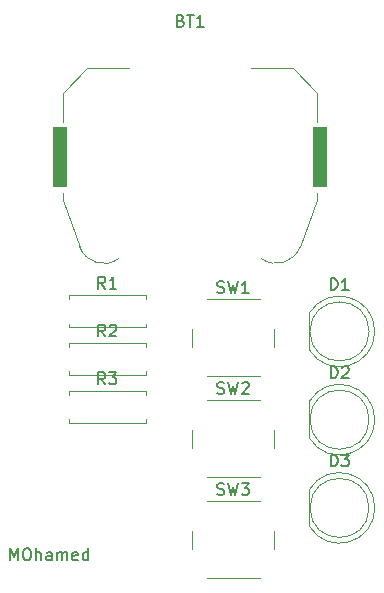
<source format=gbr>
%TF.GenerationSoftware,KiCad,Pcbnew,9.0.2*%
%TF.CreationDate,2025-06-03T22:34:10+03:00*%
%TF.ProjectId,first_PcB,66697273-745f-4506-9342-2e6b69636164,rev?*%
%TF.SameCoordinates,Original*%
%TF.FileFunction,Paste,Top*%
%TF.FilePolarity,Positive*%
%FSLAX46Y46*%
G04 Gerber Fmt 4.6, Leading zero omitted, Abs format (unit mm)*
G04 Created by KiCad (PCBNEW 9.0.2) date 2025-06-03 22:34:10*
%MOMM*%
%LPD*%
G01*
G04 APERTURE LIST*
%ADD10R,1.270000X5.080000*%
%ADD11C,0.150000*%
%ADD12C,0.120000*%
G04 APERTURE END LIST*
D10*
%TO.C,BT1*%
X138585000Y-82748075D03*
X160555000Y-82748075D03*
%TD*%
D11*
X134336779Y-116869819D02*
X134336779Y-115869819D01*
X134336779Y-115869819D02*
X134670112Y-116584104D01*
X134670112Y-116584104D02*
X135003445Y-115869819D01*
X135003445Y-115869819D02*
X135003445Y-116869819D01*
X135670112Y-115869819D02*
X135860588Y-115869819D01*
X135860588Y-115869819D02*
X135955826Y-115917438D01*
X135955826Y-115917438D02*
X136051064Y-116012676D01*
X136051064Y-116012676D02*
X136098683Y-116203152D01*
X136098683Y-116203152D02*
X136098683Y-116536485D01*
X136098683Y-116536485D02*
X136051064Y-116726961D01*
X136051064Y-116726961D02*
X135955826Y-116822200D01*
X135955826Y-116822200D02*
X135860588Y-116869819D01*
X135860588Y-116869819D02*
X135670112Y-116869819D01*
X135670112Y-116869819D02*
X135574874Y-116822200D01*
X135574874Y-116822200D02*
X135479636Y-116726961D01*
X135479636Y-116726961D02*
X135432017Y-116536485D01*
X135432017Y-116536485D02*
X135432017Y-116203152D01*
X135432017Y-116203152D02*
X135479636Y-116012676D01*
X135479636Y-116012676D02*
X135574874Y-115917438D01*
X135574874Y-115917438D02*
X135670112Y-115869819D01*
X136527255Y-116869819D02*
X136527255Y-115869819D01*
X136955826Y-116869819D02*
X136955826Y-116346009D01*
X136955826Y-116346009D02*
X136908207Y-116250771D01*
X136908207Y-116250771D02*
X136812969Y-116203152D01*
X136812969Y-116203152D02*
X136670112Y-116203152D01*
X136670112Y-116203152D02*
X136574874Y-116250771D01*
X136574874Y-116250771D02*
X136527255Y-116298390D01*
X137860588Y-116869819D02*
X137860588Y-116346009D01*
X137860588Y-116346009D02*
X137812969Y-116250771D01*
X137812969Y-116250771D02*
X137717731Y-116203152D01*
X137717731Y-116203152D02*
X137527255Y-116203152D01*
X137527255Y-116203152D02*
X137432017Y-116250771D01*
X137860588Y-116822200D02*
X137765350Y-116869819D01*
X137765350Y-116869819D02*
X137527255Y-116869819D01*
X137527255Y-116869819D02*
X137432017Y-116822200D01*
X137432017Y-116822200D02*
X137384398Y-116726961D01*
X137384398Y-116726961D02*
X137384398Y-116631723D01*
X137384398Y-116631723D02*
X137432017Y-116536485D01*
X137432017Y-116536485D02*
X137527255Y-116488866D01*
X137527255Y-116488866D02*
X137765350Y-116488866D01*
X137765350Y-116488866D02*
X137860588Y-116441247D01*
X138336779Y-116869819D02*
X138336779Y-116203152D01*
X138336779Y-116298390D02*
X138384398Y-116250771D01*
X138384398Y-116250771D02*
X138479636Y-116203152D01*
X138479636Y-116203152D02*
X138622493Y-116203152D01*
X138622493Y-116203152D02*
X138717731Y-116250771D01*
X138717731Y-116250771D02*
X138765350Y-116346009D01*
X138765350Y-116346009D02*
X138765350Y-116869819D01*
X138765350Y-116346009D02*
X138812969Y-116250771D01*
X138812969Y-116250771D02*
X138908207Y-116203152D01*
X138908207Y-116203152D02*
X139051064Y-116203152D01*
X139051064Y-116203152D02*
X139146303Y-116250771D01*
X139146303Y-116250771D02*
X139193922Y-116346009D01*
X139193922Y-116346009D02*
X139193922Y-116869819D01*
X140051064Y-116822200D02*
X139955826Y-116869819D01*
X139955826Y-116869819D02*
X139765350Y-116869819D01*
X139765350Y-116869819D02*
X139670112Y-116822200D01*
X139670112Y-116822200D02*
X139622493Y-116726961D01*
X139622493Y-116726961D02*
X139622493Y-116346009D01*
X139622493Y-116346009D02*
X139670112Y-116250771D01*
X139670112Y-116250771D02*
X139765350Y-116203152D01*
X139765350Y-116203152D02*
X139955826Y-116203152D01*
X139955826Y-116203152D02*
X140051064Y-116250771D01*
X140051064Y-116250771D02*
X140098683Y-116346009D01*
X140098683Y-116346009D02*
X140098683Y-116441247D01*
X140098683Y-116441247D02*
X139622493Y-116536485D01*
X140955826Y-116869819D02*
X140955826Y-115869819D01*
X140955826Y-116822200D02*
X140860588Y-116869819D01*
X140860588Y-116869819D02*
X140670112Y-116869819D01*
X140670112Y-116869819D02*
X140574874Y-116822200D01*
X140574874Y-116822200D02*
X140527255Y-116774580D01*
X140527255Y-116774580D02*
X140479636Y-116679342D01*
X140479636Y-116679342D02*
X140479636Y-116393628D01*
X140479636Y-116393628D02*
X140527255Y-116298390D01*
X140527255Y-116298390D02*
X140574874Y-116250771D01*
X140574874Y-116250771D02*
X140670112Y-116203152D01*
X140670112Y-116203152D02*
X140860588Y-116203152D01*
X140860588Y-116203152D02*
X140955826Y-116250771D01*
X151886667Y-111297200D02*
X152029524Y-111344819D01*
X152029524Y-111344819D02*
X152267619Y-111344819D01*
X152267619Y-111344819D02*
X152362857Y-111297200D01*
X152362857Y-111297200D02*
X152410476Y-111249580D01*
X152410476Y-111249580D02*
X152458095Y-111154342D01*
X152458095Y-111154342D02*
X152458095Y-111059104D01*
X152458095Y-111059104D02*
X152410476Y-110963866D01*
X152410476Y-110963866D02*
X152362857Y-110916247D01*
X152362857Y-110916247D02*
X152267619Y-110868628D01*
X152267619Y-110868628D02*
X152077143Y-110821009D01*
X152077143Y-110821009D02*
X151981905Y-110773390D01*
X151981905Y-110773390D02*
X151934286Y-110725771D01*
X151934286Y-110725771D02*
X151886667Y-110630533D01*
X151886667Y-110630533D02*
X151886667Y-110535295D01*
X151886667Y-110535295D02*
X151934286Y-110440057D01*
X151934286Y-110440057D02*
X151981905Y-110392438D01*
X151981905Y-110392438D02*
X152077143Y-110344819D01*
X152077143Y-110344819D02*
X152315238Y-110344819D01*
X152315238Y-110344819D02*
X152458095Y-110392438D01*
X152791429Y-110344819D02*
X153029524Y-111344819D01*
X153029524Y-111344819D02*
X153220000Y-110630533D01*
X153220000Y-110630533D02*
X153410476Y-111344819D01*
X153410476Y-111344819D02*
X153648572Y-110344819D01*
X153934286Y-110344819D02*
X154553333Y-110344819D01*
X154553333Y-110344819D02*
X154220000Y-110725771D01*
X154220000Y-110725771D02*
X154362857Y-110725771D01*
X154362857Y-110725771D02*
X154458095Y-110773390D01*
X154458095Y-110773390D02*
X154505714Y-110821009D01*
X154505714Y-110821009D02*
X154553333Y-110916247D01*
X154553333Y-110916247D02*
X154553333Y-111154342D01*
X154553333Y-111154342D02*
X154505714Y-111249580D01*
X154505714Y-111249580D02*
X154458095Y-111297200D01*
X154458095Y-111297200D02*
X154362857Y-111344819D01*
X154362857Y-111344819D02*
X154077143Y-111344819D01*
X154077143Y-111344819D02*
X153981905Y-111297200D01*
X153981905Y-111297200D02*
X153934286Y-111249580D01*
X151886667Y-94197200D02*
X152029524Y-94244819D01*
X152029524Y-94244819D02*
X152267619Y-94244819D01*
X152267619Y-94244819D02*
X152362857Y-94197200D01*
X152362857Y-94197200D02*
X152410476Y-94149580D01*
X152410476Y-94149580D02*
X152458095Y-94054342D01*
X152458095Y-94054342D02*
X152458095Y-93959104D01*
X152458095Y-93959104D02*
X152410476Y-93863866D01*
X152410476Y-93863866D02*
X152362857Y-93816247D01*
X152362857Y-93816247D02*
X152267619Y-93768628D01*
X152267619Y-93768628D02*
X152077143Y-93721009D01*
X152077143Y-93721009D02*
X151981905Y-93673390D01*
X151981905Y-93673390D02*
X151934286Y-93625771D01*
X151934286Y-93625771D02*
X151886667Y-93530533D01*
X151886667Y-93530533D02*
X151886667Y-93435295D01*
X151886667Y-93435295D02*
X151934286Y-93340057D01*
X151934286Y-93340057D02*
X151981905Y-93292438D01*
X151981905Y-93292438D02*
X152077143Y-93244819D01*
X152077143Y-93244819D02*
X152315238Y-93244819D01*
X152315238Y-93244819D02*
X152458095Y-93292438D01*
X152791429Y-93244819D02*
X153029524Y-94244819D01*
X153029524Y-94244819D02*
X153220000Y-93530533D01*
X153220000Y-93530533D02*
X153410476Y-94244819D01*
X153410476Y-94244819D02*
X153648572Y-93244819D01*
X154553333Y-94244819D02*
X153981905Y-94244819D01*
X154267619Y-94244819D02*
X154267619Y-93244819D01*
X154267619Y-93244819D02*
X154172381Y-93387676D01*
X154172381Y-93387676D02*
X154077143Y-93482914D01*
X154077143Y-93482914D02*
X153981905Y-93530533D01*
X142393333Y-101974819D02*
X142060000Y-101498628D01*
X141821905Y-101974819D02*
X141821905Y-100974819D01*
X141821905Y-100974819D02*
X142202857Y-100974819D01*
X142202857Y-100974819D02*
X142298095Y-101022438D01*
X142298095Y-101022438D02*
X142345714Y-101070057D01*
X142345714Y-101070057D02*
X142393333Y-101165295D01*
X142393333Y-101165295D02*
X142393333Y-101308152D01*
X142393333Y-101308152D02*
X142345714Y-101403390D01*
X142345714Y-101403390D02*
X142298095Y-101451009D01*
X142298095Y-101451009D02*
X142202857Y-101498628D01*
X142202857Y-101498628D02*
X141821905Y-101498628D01*
X142726667Y-100974819D02*
X143345714Y-100974819D01*
X143345714Y-100974819D02*
X143012381Y-101355771D01*
X143012381Y-101355771D02*
X143155238Y-101355771D01*
X143155238Y-101355771D02*
X143250476Y-101403390D01*
X143250476Y-101403390D02*
X143298095Y-101451009D01*
X143298095Y-101451009D02*
X143345714Y-101546247D01*
X143345714Y-101546247D02*
X143345714Y-101784342D01*
X143345714Y-101784342D02*
X143298095Y-101879580D01*
X143298095Y-101879580D02*
X143250476Y-101927200D01*
X143250476Y-101927200D02*
X143155238Y-101974819D01*
X143155238Y-101974819D02*
X142869524Y-101974819D01*
X142869524Y-101974819D02*
X142774286Y-101927200D01*
X142774286Y-101927200D02*
X142726667Y-101879580D01*
X142393333Y-97924819D02*
X142060000Y-97448628D01*
X141821905Y-97924819D02*
X141821905Y-96924819D01*
X141821905Y-96924819D02*
X142202857Y-96924819D01*
X142202857Y-96924819D02*
X142298095Y-96972438D01*
X142298095Y-96972438D02*
X142345714Y-97020057D01*
X142345714Y-97020057D02*
X142393333Y-97115295D01*
X142393333Y-97115295D02*
X142393333Y-97258152D01*
X142393333Y-97258152D02*
X142345714Y-97353390D01*
X142345714Y-97353390D02*
X142298095Y-97401009D01*
X142298095Y-97401009D02*
X142202857Y-97448628D01*
X142202857Y-97448628D02*
X141821905Y-97448628D01*
X142774286Y-97020057D02*
X142821905Y-96972438D01*
X142821905Y-96972438D02*
X142917143Y-96924819D01*
X142917143Y-96924819D02*
X143155238Y-96924819D01*
X143155238Y-96924819D02*
X143250476Y-96972438D01*
X143250476Y-96972438D02*
X143298095Y-97020057D01*
X143298095Y-97020057D02*
X143345714Y-97115295D01*
X143345714Y-97115295D02*
X143345714Y-97210533D01*
X143345714Y-97210533D02*
X143298095Y-97353390D01*
X143298095Y-97353390D02*
X142726667Y-97924819D01*
X142726667Y-97924819D02*
X143345714Y-97924819D01*
X161491905Y-93994819D02*
X161491905Y-92994819D01*
X161491905Y-92994819D02*
X161730000Y-92994819D01*
X161730000Y-92994819D02*
X161872857Y-93042438D01*
X161872857Y-93042438D02*
X161968095Y-93137676D01*
X161968095Y-93137676D02*
X162015714Y-93232914D01*
X162015714Y-93232914D02*
X162063333Y-93423390D01*
X162063333Y-93423390D02*
X162063333Y-93566247D01*
X162063333Y-93566247D02*
X162015714Y-93756723D01*
X162015714Y-93756723D02*
X161968095Y-93851961D01*
X161968095Y-93851961D02*
X161872857Y-93947200D01*
X161872857Y-93947200D02*
X161730000Y-93994819D01*
X161730000Y-93994819D02*
X161491905Y-93994819D01*
X163015714Y-93994819D02*
X162444286Y-93994819D01*
X162730000Y-93994819D02*
X162730000Y-92994819D01*
X162730000Y-92994819D02*
X162634762Y-93137676D01*
X162634762Y-93137676D02*
X162539524Y-93232914D01*
X162539524Y-93232914D02*
X162444286Y-93280533D01*
X161491905Y-108934819D02*
X161491905Y-107934819D01*
X161491905Y-107934819D02*
X161730000Y-107934819D01*
X161730000Y-107934819D02*
X161872857Y-107982438D01*
X161872857Y-107982438D02*
X161968095Y-108077676D01*
X161968095Y-108077676D02*
X162015714Y-108172914D01*
X162015714Y-108172914D02*
X162063333Y-108363390D01*
X162063333Y-108363390D02*
X162063333Y-108506247D01*
X162063333Y-108506247D02*
X162015714Y-108696723D01*
X162015714Y-108696723D02*
X161968095Y-108791961D01*
X161968095Y-108791961D02*
X161872857Y-108887200D01*
X161872857Y-108887200D02*
X161730000Y-108934819D01*
X161730000Y-108934819D02*
X161491905Y-108934819D01*
X162396667Y-107934819D02*
X163015714Y-107934819D01*
X163015714Y-107934819D02*
X162682381Y-108315771D01*
X162682381Y-108315771D02*
X162825238Y-108315771D01*
X162825238Y-108315771D02*
X162920476Y-108363390D01*
X162920476Y-108363390D02*
X162968095Y-108411009D01*
X162968095Y-108411009D02*
X163015714Y-108506247D01*
X163015714Y-108506247D02*
X163015714Y-108744342D01*
X163015714Y-108744342D02*
X162968095Y-108839580D01*
X162968095Y-108839580D02*
X162920476Y-108887200D01*
X162920476Y-108887200D02*
X162825238Y-108934819D01*
X162825238Y-108934819D02*
X162539524Y-108934819D01*
X162539524Y-108934819D02*
X162444286Y-108887200D01*
X162444286Y-108887200D02*
X162396667Y-108839580D01*
X151886667Y-102747200D02*
X152029524Y-102794819D01*
X152029524Y-102794819D02*
X152267619Y-102794819D01*
X152267619Y-102794819D02*
X152362857Y-102747200D01*
X152362857Y-102747200D02*
X152410476Y-102699580D01*
X152410476Y-102699580D02*
X152458095Y-102604342D01*
X152458095Y-102604342D02*
X152458095Y-102509104D01*
X152458095Y-102509104D02*
X152410476Y-102413866D01*
X152410476Y-102413866D02*
X152362857Y-102366247D01*
X152362857Y-102366247D02*
X152267619Y-102318628D01*
X152267619Y-102318628D02*
X152077143Y-102271009D01*
X152077143Y-102271009D02*
X151981905Y-102223390D01*
X151981905Y-102223390D02*
X151934286Y-102175771D01*
X151934286Y-102175771D02*
X151886667Y-102080533D01*
X151886667Y-102080533D02*
X151886667Y-101985295D01*
X151886667Y-101985295D02*
X151934286Y-101890057D01*
X151934286Y-101890057D02*
X151981905Y-101842438D01*
X151981905Y-101842438D02*
X152077143Y-101794819D01*
X152077143Y-101794819D02*
X152315238Y-101794819D01*
X152315238Y-101794819D02*
X152458095Y-101842438D01*
X152791429Y-101794819D02*
X153029524Y-102794819D01*
X153029524Y-102794819D02*
X153220000Y-102080533D01*
X153220000Y-102080533D02*
X153410476Y-102794819D01*
X153410476Y-102794819D02*
X153648572Y-101794819D01*
X153981905Y-101890057D02*
X154029524Y-101842438D01*
X154029524Y-101842438D02*
X154124762Y-101794819D01*
X154124762Y-101794819D02*
X154362857Y-101794819D01*
X154362857Y-101794819D02*
X154458095Y-101842438D01*
X154458095Y-101842438D02*
X154505714Y-101890057D01*
X154505714Y-101890057D02*
X154553333Y-101985295D01*
X154553333Y-101985295D02*
X154553333Y-102080533D01*
X154553333Y-102080533D02*
X154505714Y-102223390D01*
X154505714Y-102223390D02*
X153934286Y-102794819D01*
X153934286Y-102794819D02*
X154553333Y-102794819D01*
X142393333Y-93874819D02*
X142060000Y-93398628D01*
X141821905Y-93874819D02*
X141821905Y-92874819D01*
X141821905Y-92874819D02*
X142202857Y-92874819D01*
X142202857Y-92874819D02*
X142298095Y-92922438D01*
X142298095Y-92922438D02*
X142345714Y-92970057D01*
X142345714Y-92970057D02*
X142393333Y-93065295D01*
X142393333Y-93065295D02*
X142393333Y-93208152D01*
X142393333Y-93208152D02*
X142345714Y-93303390D01*
X142345714Y-93303390D02*
X142298095Y-93351009D01*
X142298095Y-93351009D02*
X142202857Y-93398628D01*
X142202857Y-93398628D02*
X141821905Y-93398628D01*
X143345714Y-93874819D02*
X142774286Y-93874819D01*
X143060000Y-93874819D02*
X143060000Y-92874819D01*
X143060000Y-92874819D02*
X142964762Y-93017676D01*
X142964762Y-93017676D02*
X142869524Y-93112914D01*
X142869524Y-93112914D02*
X142774286Y-93160533D01*
X161491905Y-101464819D02*
X161491905Y-100464819D01*
X161491905Y-100464819D02*
X161730000Y-100464819D01*
X161730000Y-100464819D02*
X161872857Y-100512438D01*
X161872857Y-100512438D02*
X161968095Y-100607676D01*
X161968095Y-100607676D02*
X162015714Y-100702914D01*
X162015714Y-100702914D02*
X162063333Y-100893390D01*
X162063333Y-100893390D02*
X162063333Y-101036247D01*
X162063333Y-101036247D02*
X162015714Y-101226723D01*
X162015714Y-101226723D02*
X161968095Y-101321961D01*
X161968095Y-101321961D02*
X161872857Y-101417200D01*
X161872857Y-101417200D02*
X161730000Y-101464819D01*
X161730000Y-101464819D02*
X161491905Y-101464819D01*
X162444286Y-100560057D02*
X162491905Y-100512438D01*
X162491905Y-100512438D02*
X162587143Y-100464819D01*
X162587143Y-100464819D02*
X162825238Y-100464819D01*
X162825238Y-100464819D02*
X162920476Y-100512438D01*
X162920476Y-100512438D02*
X162968095Y-100560057D01*
X162968095Y-100560057D02*
X163015714Y-100655295D01*
X163015714Y-100655295D02*
X163015714Y-100750533D01*
X163015714Y-100750533D02*
X162968095Y-100893390D01*
X162968095Y-100893390D02*
X162396667Y-101464819D01*
X162396667Y-101464819D02*
X163015714Y-101464819D01*
X148784285Y-71179084D02*
X148927142Y-71226703D01*
X148927142Y-71226703D02*
X148974761Y-71274322D01*
X148974761Y-71274322D02*
X149022380Y-71369560D01*
X149022380Y-71369560D02*
X149022380Y-71512417D01*
X149022380Y-71512417D02*
X148974761Y-71607655D01*
X148974761Y-71607655D02*
X148927142Y-71655275D01*
X148927142Y-71655275D02*
X148831904Y-71702894D01*
X148831904Y-71702894D02*
X148450952Y-71702894D01*
X148450952Y-71702894D02*
X148450952Y-70702894D01*
X148450952Y-70702894D02*
X148784285Y-70702894D01*
X148784285Y-70702894D02*
X148879523Y-70750513D01*
X148879523Y-70750513D02*
X148927142Y-70798132D01*
X148927142Y-70798132D02*
X148974761Y-70893370D01*
X148974761Y-70893370D02*
X148974761Y-70988608D01*
X148974761Y-70988608D02*
X148927142Y-71083846D01*
X148927142Y-71083846D02*
X148879523Y-71131465D01*
X148879523Y-71131465D02*
X148784285Y-71179084D01*
X148784285Y-71179084D02*
X148450952Y-71179084D01*
X149308095Y-70702894D02*
X149879523Y-70702894D01*
X149593809Y-71702894D02*
X149593809Y-70702894D01*
X150736666Y-71702894D02*
X150165238Y-71702894D01*
X150450952Y-71702894D02*
X150450952Y-70702894D01*
X150450952Y-70702894D02*
X150355714Y-70845751D01*
X150355714Y-70845751D02*
X150260476Y-70940989D01*
X150260476Y-70940989D02*
X150165238Y-70988608D01*
D12*
%TO.C,SW3*%
X149720000Y-114390000D02*
X149720000Y-115890000D01*
X150970000Y-118390000D02*
X155470000Y-118390000D01*
X155470000Y-111890000D02*
X150970000Y-111890000D01*
X156720000Y-115890000D02*
X156720000Y-114390000D01*
%TO.C,SW1*%
X149720000Y-97290000D02*
X149720000Y-98790000D01*
X150970000Y-101290000D02*
X155470000Y-101290000D01*
X155470000Y-94790000D02*
X150970000Y-94790000D01*
X156720000Y-98790000D02*
X156720000Y-97290000D01*
%TO.C,R3*%
X139290000Y-102520000D02*
X145830000Y-102520000D01*
X139290000Y-102850000D02*
X139290000Y-102520000D01*
X139290000Y-104930000D02*
X139290000Y-105260000D01*
X139290000Y-105260000D02*
X145830000Y-105260000D01*
X145830000Y-102520000D02*
X145830000Y-102850000D01*
X145830000Y-105260000D02*
X145830000Y-104930000D01*
%TO.C,R2*%
X139290000Y-98470000D02*
X145830000Y-98470000D01*
X139290000Y-98800000D02*
X139290000Y-98470000D01*
X139290000Y-100880000D02*
X139290000Y-101210000D01*
X139290000Y-101210000D02*
X145830000Y-101210000D01*
X145830000Y-98470000D02*
X145830000Y-98800000D01*
X145830000Y-101210000D02*
X145830000Y-100880000D01*
%TO.C,D1*%
X159670000Y-95955000D02*
X159670000Y-99045000D01*
X159670000Y-95955170D02*
G75*
G02*
X165220000Y-97500000I2560000J-1544830D01*
G01*
X165220000Y-97500000D02*
G75*
G02*
X159670000Y-99044830I-2990000J0D01*
G01*
X164730000Y-97500000D02*
G75*
G02*
X159730000Y-97500000I-2500000J0D01*
G01*
X159730000Y-97500000D02*
G75*
G02*
X164730000Y-97500000I2500000J0D01*
G01*
%TO.C,D3*%
X159670000Y-110895000D02*
X159670000Y-113985000D01*
X159670000Y-110895170D02*
G75*
G02*
X165220000Y-112440000I2560000J-1544830D01*
G01*
X165220000Y-112440000D02*
G75*
G02*
X159670000Y-113984830I-2990000J0D01*
G01*
X164730000Y-112440000D02*
G75*
G02*
X159730000Y-112440000I-2500000J0D01*
G01*
X159730000Y-112440000D02*
G75*
G02*
X164730000Y-112440000I2500000J0D01*
G01*
%TO.C,SW2*%
X149720000Y-105840000D02*
X149720000Y-107340000D01*
X150970000Y-109840000D02*
X155470000Y-109840000D01*
X155470000Y-103340000D02*
X150970000Y-103340000D01*
X156720000Y-107340000D02*
X156720000Y-105840000D01*
%TO.C,R1*%
X139290000Y-94420000D02*
X145830000Y-94420000D01*
X139290000Y-94750000D02*
X139290000Y-94420000D01*
X139290000Y-96830000D02*
X139290000Y-97160000D01*
X139290000Y-97160000D02*
X145830000Y-97160000D01*
X145830000Y-94420000D02*
X145830000Y-94750000D01*
X145830000Y-97160000D02*
X145830000Y-96830000D01*
%TO.C,D2*%
X159670000Y-103425000D02*
X159670000Y-106515000D01*
X159670000Y-103425170D02*
G75*
G02*
X165220000Y-104970000I2560000J-1544830D01*
G01*
X165220000Y-104970000D02*
G75*
G02*
X159670000Y-106514830I-2990000J0D01*
G01*
X164730000Y-104970000D02*
G75*
G02*
X159730000Y-104970000I-2500000J0D01*
G01*
X159730000Y-104970000D02*
G75*
G02*
X164730000Y-104970000I2500000J0D01*
G01*
%TO.C,BT1*%
X138790000Y-77288075D02*
X138790000Y-79748075D01*
X138790000Y-85748075D02*
X138790000Y-86378075D01*
X138790000Y-86378075D02*
X140230000Y-90328075D01*
X140870000Y-75208075D02*
X138790000Y-77288075D01*
X144370000Y-75208075D02*
X140870000Y-75208075D01*
X158270000Y-75208075D02*
X154770000Y-75208075D01*
X158270000Y-75208075D02*
X160350000Y-77288075D01*
X160350000Y-77288075D02*
X160350000Y-79748075D01*
X160350000Y-85748075D02*
X160350000Y-86378075D01*
X160350000Y-86378075D02*
X158910000Y-90328075D01*
X143566646Y-91314605D02*
G75*
G02*
X140230000Y-90328075I-1306646J1716531D01*
G01*
X158895243Y-90336244D02*
G75*
G02*
X155570000Y-91298075I-2015243J738169D01*
G01*
%TD*%
M02*

</source>
